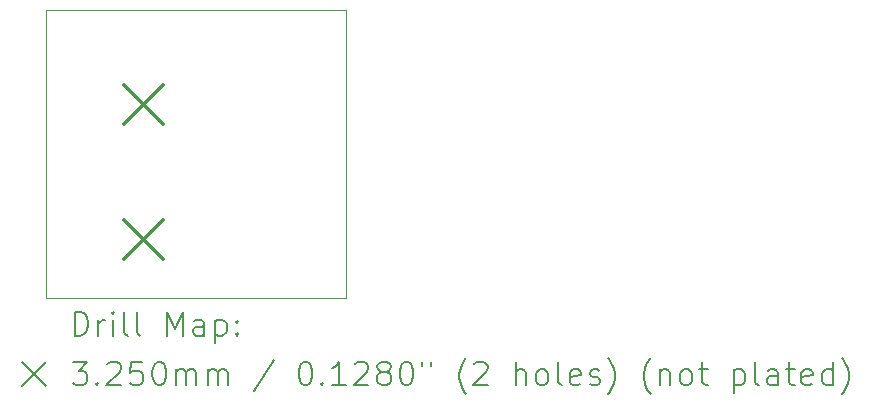
<source format=gbr>
%TF.GenerationSoftware,KiCad,Pcbnew,7.0.1*%
%TF.CreationDate,2023-07-05T13:49:58-05:00*%
%TF.ProjectId,pn5180 cat5 connector with linear regulator,706e3531-3830-4206-9361-743520636f6e,rev?*%
%TF.SameCoordinates,Original*%
%TF.FileFunction,Drillmap*%
%TF.FilePolarity,Positive*%
%FSLAX45Y45*%
G04 Gerber Fmt 4.5, Leading zero omitted, Abs format (unit mm)*
G04 Created by KiCad (PCBNEW 7.0.1) date 2023-07-05 13:49:58*
%MOMM*%
%LPD*%
G01*
G04 APERTURE LIST*
%ADD10C,0.100000*%
%ADD11C,0.200000*%
%ADD12C,0.325000*%
G04 APERTURE END LIST*
D10*
X13131800Y-7670800D02*
X15671800Y-7670800D01*
X15671800Y-10109200D01*
X13131800Y-10109200D01*
X13131800Y-7670800D01*
D11*
D12*
X13794800Y-8308400D02*
X14119800Y-8633400D01*
X14119800Y-8308400D02*
X13794800Y-8633400D01*
X13794800Y-9451400D02*
X14119800Y-9776400D01*
X14119800Y-9451400D02*
X13794800Y-9776400D01*
D11*
X13374419Y-10426724D02*
X13374419Y-10226724D01*
X13374419Y-10226724D02*
X13422038Y-10226724D01*
X13422038Y-10226724D02*
X13450609Y-10236248D01*
X13450609Y-10236248D02*
X13469657Y-10255295D01*
X13469657Y-10255295D02*
X13479181Y-10274343D01*
X13479181Y-10274343D02*
X13488705Y-10312438D01*
X13488705Y-10312438D02*
X13488705Y-10341010D01*
X13488705Y-10341010D02*
X13479181Y-10379105D01*
X13479181Y-10379105D02*
X13469657Y-10398152D01*
X13469657Y-10398152D02*
X13450609Y-10417200D01*
X13450609Y-10417200D02*
X13422038Y-10426724D01*
X13422038Y-10426724D02*
X13374419Y-10426724D01*
X13574419Y-10426724D02*
X13574419Y-10293390D01*
X13574419Y-10331486D02*
X13583943Y-10312438D01*
X13583943Y-10312438D02*
X13593467Y-10302914D01*
X13593467Y-10302914D02*
X13612514Y-10293390D01*
X13612514Y-10293390D02*
X13631562Y-10293390D01*
X13698228Y-10426724D02*
X13698228Y-10293390D01*
X13698228Y-10226724D02*
X13688705Y-10236248D01*
X13688705Y-10236248D02*
X13698228Y-10245771D01*
X13698228Y-10245771D02*
X13707752Y-10236248D01*
X13707752Y-10236248D02*
X13698228Y-10226724D01*
X13698228Y-10226724D02*
X13698228Y-10245771D01*
X13822038Y-10426724D02*
X13802990Y-10417200D01*
X13802990Y-10417200D02*
X13793467Y-10398152D01*
X13793467Y-10398152D02*
X13793467Y-10226724D01*
X13926800Y-10426724D02*
X13907752Y-10417200D01*
X13907752Y-10417200D02*
X13898228Y-10398152D01*
X13898228Y-10398152D02*
X13898228Y-10226724D01*
X14155371Y-10426724D02*
X14155371Y-10226724D01*
X14155371Y-10226724D02*
X14222038Y-10369581D01*
X14222038Y-10369581D02*
X14288705Y-10226724D01*
X14288705Y-10226724D02*
X14288705Y-10426724D01*
X14469657Y-10426724D02*
X14469657Y-10321962D01*
X14469657Y-10321962D02*
X14460133Y-10302914D01*
X14460133Y-10302914D02*
X14441086Y-10293390D01*
X14441086Y-10293390D02*
X14402990Y-10293390D01*
X14402990Y-10293390D02*
X14383943Y-10302914D01*
X14469657Y-10417200D02*
X14450609Y-10426724D01*
X14450609Y-10426724D02*
X14402990Y-10426724D01*
X14402990Y-10426724D02*
X14383943Y-10417200D01*
X14383943Y-10417200D02*
X14374419Y-10398152D01*
X14374419Y-10398152D02*
X14374419Y-10379105D01*
X14374419Y-10379105D02*
X14383943Y-10360057D01*
X14383943Y-10360057D02*
X14402990Y-10350533D01*
X14402990Y-10350533D02*
X14450609Y-10350533D01*
X14450609Y-10350533D02*
X14469657Y-10341010D01*
X14564895Y-10293390D02*
X14564895Y-10493390D01*
X14564895Y-10302914D02*
X14583943Y-10293390D01*
X14583943Y-10293390D02*
X14622038Y-10293390D01*
X14622038Y-10293390D02*
X14641086Y-10302914D01*
X14641086Y-10302914D02*
X14650609Y-10312438D01*
X14650609Y-10312438D02*
X14660133Y-10331486D01*
X14660133Y-10331486D02*
X14660133Y-10388629D01*
X14660133Y-10388629D02*
X14650609Y-10407676D01*
X14650609Y-10407676D02*
X14641086Y-10417200D01*
X14641086Y-10417200D02*
X14622038Y-10426724D01*
X14622038Y-10426724D02*
X14583943Y-10426724D01*
X14583943Y-10426724D02*
X14564895Y-10417200D01*
X14745848Y-10407676D02*
X14755371Y-10417200D01*
X14755371Y-10417200D02*
X14745848Y-10426724D01*
X14745848Y-10426724D02*
X14736324Y-10417200D01*
X14736324Y-10417200D02*
X14745848Y-10407676D01*
X14745848Y-10407676D02*
X14745848Y-10426724D01*
X14745848Y-10302914D02*
X14755371Y-10312438D01*
X14755371Y-10312438D02*
X14745848Y-10321962D01*
X14745848Y-10321962D02*
X14736324Y-10312438D01*
X14736324Y-10312438D02*
X14745848Y-10302914D01*
X14745848Y-10302914D02*
X14745848Y-10321962D01*
X12926800Y-10654200D02*
X13126800Y-10854200D01*
X13126800Y-10654200D02*
X12926800Y-10854200D01*
X13355371Y-10646724D02*
X13479181Y-10646724D01*
X13479181Y-10646724D02*
X13412514Y-10722914D01*
X13412514Y-10722914D02*
X13441086Y-10722914D01*
X13441086Y-10722914D02*
X13460133Y-10732438D01*
X13460133Y-10732438D02*
X13469657Y-10741962D01*
X13469657Y-10741962D02*
X13479181Y-10761010D01*
X13479181Y-10761010D02*
X13479181Y-10808629D01*
X13479181Y-10808629D02*
X13469657Y-10827676D01*
X13469657Y-10827676D02*
X13460133Y-10837200D01*
X13460133Y-10837200D02*
X13441086Y-10846724D01*
X13441086Y-10846724D02*
X13383943Y-10846724D01*
X13383943Y-10846724D02*
X13364895Y-10837200D01*
X13364895Y-10837200D02*
X13355371Y-10827676D01*
X13564895Y-10827676D02*
X13574419Y-10837200D01*
X13574419Y-10837200D02*
X13564895Y-10846724D01*
X13564895Y-10846724D02*
X13555371Y-10837200D01*
X13555371Y-10837200D02*
X13564895Y-10827676D01*
X13564895Y-10827676D02*
X13564895Y-10846724D01*
X13650609Y-10665771D02*
X13660133Y-10656248D01*
X13660133Y-10656248D02*
X13679181Y-10646724D01*
X13679181Y-10646724D02*
X13726800Y-10646724D01*
X13726800Y-10646724D02*
X13745848Y-10656248D01*
X13745848Y-10656248D02*
X13755371Y-10665771D01*
X13755371Y-10665771D02*
X13764895Y-10684819D01*
X13764895Y-10684819D02*
X13764895Y-10703867D01*
X13764895Y-10703867D02*
X13755371Y-10732438D01*
X13755371Y-10732438D02*
X13641086Y-10846724D01*
X13641086Y-10846724D02*
X13764895Y-10846724D01*
X13945848Y-10646724D02*
X13850609Y-10646724D01*
X13850609Y-10646724D02*
X13841086Y-10741962D01*
X13841086Y-10741962D02*
X13850609Y-10732438D01*
X13850609Y-10732438D02*
X13869657Y-10722914D01*
X13869657Y-10722914D02*
X13917276Y-10722914D01*
X13917276Y-10722914D02*
X13936324Y-10732438D01*
X13936324Y-10732438D02*
X13945848Y-10741962D01*
X13945848Y-10741962D02*
X13955371Y-10761010D01*
X13955371Y-10761010D02*
X13955371Y-10808629D01*
X13955371Y-10808629D02*
X13945848Y-10827676D01*
X13945848Y-10827676D02*
X13936324Y-10837200D01*
X13936324Y-10837200D02*
X13917276Y-10846724D01*
X13917276Y-10846724D02*
X13869657Y-10846724D01*
X13869657Y-10846724D02*
X13850609Y-10837200D01*
X13850609Y-10837200D02*
X13841086Y-10827676D01*
X14079181Y-10646724D02*
X14098229Y-10646724D01*
X14098229Y-10646724D02*
X14117276Y-10656248D01*
X14117276Y-10656248D02*
X14126800Y-10665771D01*
X14126800Y-10665771D02*
X14136324Y-10684819D01*
X14136324Y-10684819D02*
X14145848Y-10722914D01*
X14145848Y-10722914D02*
X14145848Y-10770533D01*
X14145848Y-10770533D02*
X14136324Y-10808629D01*
X14136324Y-10808629D02*
X14126800Y-10827676D01*
X14126800Y-10827676D02*
X14117276Y-10837200D01*
X14117276Y-10837200D02*
X14098229Y-10846724D01*
X14098229Y-10846724D02*
X14079181Y-10846724D01*
X14079181Y-10846724D02*
X14060133Y-10837200D01*
X14060133Y-10837200D02*
X14050609Y-10827676D01*
X14050609Y-10827676D02*
X14041086Y-10808629D01*
X14041086Y-10808629D02*
X14031562Y-10770533D01*
X14031562Y-10770533D02*
X14031562Y-10722914D01*
X14031562Y-10722914D02*
X14041086Y-10684819D01*
X14041086Y-10684819D02*
X14050609Y-10665771D01*
X14050609Y-10665771D02*
X14060133Y-10656248D01*
X14060133Y-10656248D02*
X14079181Y-10646724D01*
X14231562Y-10846724D02*
X14231562Y-10713390D01*
X14231562Y-10732438D02*
X14241086Y-10722914D01*
X14241086Y-10722914D02*
X14260133Y-10713390D01*
X14260133Y-10713390D02*
X14288705Y-10713390D01*
X14288705Y-10713390D02*
X14307752Y-10722914D01*
X14307752Y-10722914D02*
X14317276Y-10741962D01*
X14317276Y-10741962D02*
X14317276Y-10846724D01*
X14317276Y-10741962D02*
X14326800Y-10722914D01*
X14326800Y-10722914D02*
X14345848Y-10713390D01*
X14345848Y-10713390D02*
X14374419Y-10713390D01*
X14374419Y-10713390D02*
X14393467Y-10722914D01*
X14393467Y-10722914D02*
X14402990Y-10741962D01*
X14402990Y-10741962D02*
X14402990Y-10846724D01*
X14498229Y-10846724D02*
X14498229Y-10713390D01*
X14498229Y-10732438D02*
X14507752Y-10722914D01*
X14507752Y-10722914D02*
X14526800Y-10713390D01*
X14526800Y-10713390D02*
X14555371Y-10713390D01*
X14555371Y-10713390D02*
X14574419Y-10722914D01*
X14574419Y-10722914D02*
X14583943Y-10741962D01*
X14583943Y-10741962D02*
X14583943Y-10846724D01*
X14583943Y-10741962D02*
X14593467Y-10722914D01*
X14593467Y-10722914D02*
X14612514Y-10713390D01*
X14612514Y-10713390D02*
X14641086Y-10713390D01*
X14641086Y-10713390D02*
X14660133Y-10722914D01*
X14660133Y-10722914D02*
X14669657Y-10741962D01*
X14669657Y-10741962D02*
X14669657Y-10846724D01*
X15060133Y-10637200D02*
X14888705Y-10894343D01*
X15317276Y-10646724D02*
X15336324Y-10646724D01*
X15336324Y-10646724D02*
X15355372Y-10656248D01*
X15355372Y-10656248D02*
X15364895Y-10665771D01*
X15364895Y-10665771D02*
X15374419Y-10684819D01*
X15374419Y-10684819D02*
X15383943Y-10722914D01*
X15383943Y-10722914D02*
X15383943Y-10770533D01*
X15383943Y-10770533D02*
X15374419Y-10808629D01*
X15374419Y-10808629D02*
X15364895Y-10827676D01*
X15364895Y-10827676D02*
X15355372Y-10837200D01*
X15355372Y-10837200D02*
X15336324Y-10846724D01*
X15336324Y-10846724D02*
X15317276Y-10846724D01*
X15317276Y-10846724D02*
X15298229Y-10837200D01*
X15298229Y-10837200D02*
X15288705Y-10827676D01*
X15288705Y-10827676D02*
X15279181Y-10808629D01*
X15279181Y-10808629D02*
X15269657Y-10770533D01*
X15269657Y-10770533D02*
X15269657Y-10722914D01*
X15269657Y-10722914D02*
X15279181Y-10684819D01*
X15279181Y-10684819D02*
X15288705Y-10665771D01*
X15288705Y-10665771D02*
X15298229Y-10656248D01*
X15298229Y-10656248D02*
X15317276Y-10646724D01*
X15469657Y-10827676D02*
X15479181Y-10837200D01*
X15479181Y-10837200D02*
X15469657Y-10846724D01*
X15469657Y-10846724D02*
X15460133Y-10837200D01*
X15460133Y-10837200D02*
X15469657Y-10827676D01*
X15469657Y-10827676D02*
X15469657Y-10846724D01*
X15669657Y-10846724D02*
X15555372Y-10846724D01*
X15612514Y-10846724D02*
X15612514Y-10646724D01*
X15612514Y-10646724D02*
X15593467Y-10675295D01*
X15593467Y-10675295D02*
X15574419Y-10694343D01*
X15574419Y-10694343D02*
X15555372Y-10703867D01*
X15745848Y-10665771D02*
X15755372Y-10656248D01*
X15755372Y-10656248D02*
X15774419Y-10646724D01*
X15774419Y-10646724D02*
X15822038Y-10646724D01*
X15822038Y-10646724D02*
X15841086Y-10656248D01*
X15841086Y-10656248D02*
X15850610Y-10665771D01*
X15850610Y-10665771D02*
X15860133Y-10684819D01*
X15860133Y-10684819D02*
X15860133Y-10703867D01*
X15860133Y-10703867D02*
X15850610Y-10732438D01*
X15850610Y-10732438D02*
X15736324Y-10846724D01*
X15736324Y-10846724D02*
X15860133Y-10846724D01*
X15974419Y-10732438D02*
X15955372Y-10722914D01*
X15955372Y-10722914D02*
X15945848Y-10713390D01*
X15945848Y-10713390D02*
X15936324Y-10694343D01*
X15936324Y-10694343D02*
X15936324Y-10684819D01*
X15936324Y-10684819D02*
X15945848Y-10665771D01*
X15945848Y-10665771D02*
X15955372Y-10656248D01*
X15955372Y-10656248D02*
X15974419Y-10646724D01*
X15974419Y-10646724D02*
X16012514Y-10646724D01*
X16012514Y-10646724D02*
X16031562Y-10656248D01*
X16031562Y-10656248D02*
X16041086Y-10665771D01*
X16041086Y-10665771D02*
X16050610Y-10684819D01*
X16050610Y-10684819D02*
X16050610Y-10694343D01*
X16050610Y-10694343D02*
X16041086Y-10713390D01*
X16041086Y-10713390D02*
X16031562Y-10722914D01*
X16031562Y-10722914D02*
X16012514Y-10732438D01*
X16012514Y-10732438D02*
X15974419Y-10732438D01*
X15974419Y-10732438D02*
X15955372Y-10741962D01*
X15955372Y-10741962D02*
X15945848Y-10751486D01*
X15945848Y-10751486D02*
X15936324Y-10770533D01*
X15936324Y-10770533D02*
X15936324Y-10808629D01*
X15936324Y-10808629D02*
X15945848Y-10827676D01*
X15945848Y-10827676D02*
X15955372Y-10837200D01*
X15955372Y-10837200D02*
X15974419Y-10846724D01*
X15974419Y-10846724D02*
X16012514Y-10846724D01*
X16012514Y-10846724D02*
X16031562Y-10837200D01*
X16031562Y-10837200D02*
X16041086Y-10827676D01*
X16041086Y-10827676D02*
X16050610Y-10808629D01*
X16050610Y-10808629D02*
X16050610Y-10770533D01*
X16050610Y-10770533D02*
X16041086Y-10751486D01*
X16041086Y-10751486D02*
X16031562Y-10741962D01*
X16031562Y-10741962D02*
X16012514Y-10732438D01*
X16174419Y-10646724D02*
X16193467Y-10646724D01*
X16193467Y-10646724D02*
X16212514Y-10656248D01*
X16212514Y-10656248D02*
X16222038Y-10665771D01*
X16222038Y-10665771D02*
X16231562Y-10684819D01*
X16231562Y-10684819D02*
X16241086Y-10722914D01*
X16241086Y-10722914D02*
X16241086Y-10770533D01*
X16241086Y-10770533D02*
X16231562Y-10808629D01*
X16231562Y-10808629D02*
X16222038Y-10827676D01*
X16222038Y-10827676D02*
X16212514Y-10837200D01*
X16212514Y-10837200D02*
X16193467Y-10846724D01*
X16193467Y-10846724D02*
X16174419Y-10846724D01*
X16174419Y-10846724D02*
X16155372Y-10837200D01*
X16155372Y-10837200D02*
X16145848Y-10827676D01*
X16145848Y-10827676D02*
X16136324Y-10808629D01*
X16136324Y-10808629D02*
X16126800Y-10770533D01*
X16126800Y-10770533D02*
X16126800Y-10722914D01*
X16126800Y-10722914D02*
X16136324Y-10684819D01*
X16136324Y-10684819D02*
X16145848Y-10665771D01*
X16145848Y-10665771D02*
X16155372Y-10656248D01*
X16155372Y-10656248D02*
X16174419Y-10646724D01*
X16317276Y-10646724D02*
X16317276Y-10684819D01*
X16393467Y-10646724D02*
X16393467Y-10684819D01*
X16688705Y-10922914D02*
X16679181Y-10913390D01*
X16679181Y-10913390D02*
X16660134Y-10884819D01*
X16660134Y-10884819D02*
X16650610Y-10865771D01*
X16650610Y-10865771D02*
X16641086Y-10837200D01*
X16641086Y-10837200D02*
X16631562Y-10789581D01*
X16631562Y-10789581D02*
X16631562Y-10751486D01*
X16631562Y-10751486D02*
X16641086Y-10703867D01*
X16641086Y-10703867D02*
X16650610Y-10675295D01*
X16650610Y-10675295D02*
X16660134Y-10656248D01*
X16660134Y-10656248D02*
X16679181Y-10627676D01*
X16679181Y-10627676D02*
X16688705Y-10618152D01*
X16755372Y-10665771D02*
X16764895Y-10656248D01*
X16764895Y-10656248D02*
X16783943Y-10646724D01*
X16783943Y-10646724D02*
X16831562Y-10646724D01*
X16831562Y-10646724D02*
X16850610Y-10656248D01*
X16850610Y-10656248D02*
X16860134Y-10665771D01*
X16860134Y-10665771D02*
X16869657Y-10684819D01*
X16869657Y-10684819D02*
X16869657Y-10703867D01*
X16869657Y-10703867D02*
X16860134Y-10732438D01*
X16860134Y-10732438D02*
X16745848Y-10846724D01*
X16745848Y-10846724D02*
X16869657Y-10846724D01*
X17107753Y-10846724D02*
X17107753Y-10646724D01*
X17193467Y-10846724D02*
X17193467Y-10741962D01*
X17193467Y-10741962D02*
X17183943Y-10722914D01*
X17183943Y-10722914D02*
X17164896Y-10713390D01*
X17164896Y-10713390D02*
X17136324Y-10713390D01*
X17136324Y-10713390D02*
X17117277Y-10722914D01*
X17117277Y-10722914D02*
X17107753Y-10732438D01*
X17317277Y-10846724D02*
X17298229Y-10837200D01*
X17298229Y-10837200D02*
X17288705Y-10827676D01*
X17288705Y-10827676D02*
X17279181Y-10808629D01*
X17279181Y-10808629D02*
X17279181Y-10751486D01*
X17279181Y-10751486D02*
X17288705Y-10732438D01*
X17288705Y-10732438D02*
X17298229Y-10722914D01*
X17298229Y-10722914D02*
X17317277Y-10713390D01*
X17317277Y-10713390D02*
X17345848Y-10713390D01*
X17345848Y-10713390D02*
X17364896Y-10722914D01*
X17364896Y-10722914D02*
X17374419Y-10732438D01*
X17374419Y-10732438D02*
X17383943Y-10751486D01*
X17383943Y-10751486D02*
X17383943Y-10808629D01*
X17383943Y-10808629D02*
X17374419Y-10827676D01*
X17374419Y-10827676D02*
X17364896Y-10837200D01*
X17364896Y-10837200D02*
X17345848Y-10846724D01*
X17345848Y-10846724D02*
X17317277Y-10846724D01*
X17498229Y-10846724D02*
X17479181Y-10837200D01*
X17479181Y-10837200D02*
X17469658Y-10818152D01*
X17469658Y-10818152D02*
X17469658Y-10646724D01*
X17650610Y-10837200D02*
X17631562Y-10846724D01*
X17631562Y-10846724D02*
X17593467Y-10846724D01*
X17593467Y-10846724D02*
X17574419Y-10837200D01*
X17574419Y-10837200D02*
X17564896Y-10818152D01*
X17564896Y-10818152D02*
X17564896Y-10741962D01*
X17564896Y-10741962D02*
X17574419Y-10722914D01*
X17574419Y-10722914D02*
X17593467Y-10713390D01*
X17593467Y-10713390D02*
X17631562Y-10713390D01*
X17631562Y-10713390D02*
X17650610Y-10722914D01*
X17650610Y-10722914D02*
X17660134Y-10741962D01*
X17660134Y-10741962D02*
X17660134Y-10761010D01*
X17660134Y-10761010D02*
X17564896Y-10780057D01*
X17736324Y-10837200D02*
X17755372Y-10846724D01*
X17755372Y-10846724D02*
X17793467Y-10846724D01*
X17793467Y-10846724D02*
X17812515Y-10837200D01*
X17812515Y-10837200D02*
X17822039Y-10818152D01*
X17822039Y-10818152D02*
X17822039Y-10808629D01*
X17822039Y-10808629D02*
X17812515Y-10789581D01*
X17812515Y-10789581D02*
X17793467Y-10780057D01*
X17793467Y-10780057D02*
X17764896Y-10780057D01*
X17764896Y-10780057D02*
X17745848Y-10770533D01*
X17745848Y-10770533D02*
X17736324Y-10751486D01*
X17736324Y-10751486D02*
X17736324Y-10741962D01*
X17736324Y-10741962D02*
X17745848Y-10722914D01*
X17745848Y-10722914D02*
X17764896Y-10713390D01*
X17764896Y-10713390D02*
X17793467Y-10713390D01*
X17793467Y-10713390D02*
X17812515Y-10722914D01*
X17888705Y-10922914D02*
X17898229Y-10913390D01*
X17898229Y-10913390D02*
X17917277Y-10884819D01*
X17917277Y-10884819D02*
X17926800Y-10865771D01*
X17926800Y-10865771D02*
X17936324Y-10837200D01*
X17936324Y-10837200D02*
X17945848Y-10789581D01*
X17945848Y-10789581D02*
X17945848Y-10751486D01*
X17945848Y-10751486D02*
X17936324Y-10703867D01*
X17936324Y-10703867D02*
X17926800Y-10675295D01*
X17926800Y-10675295D02*
X17917277Y-10656248D01*
X17917277Y-10656248D02*
X17898229Y-10627676D01*
X17898229Y-10627676D02*
X17888705Y-10618152D01*
X18250610Y-10922914D02*
X18241086Y-10913390D01*
X18241086Y-10913390D02*
X18222039Y-10884819D01*
X18222039Y-10884819D02*
X18212515Y-10865771D01*
X18212515Y-10865771D02*
X18202991Y-10837200D01*
X18202991Y-10837200D02*
X18193467Y-10789581D01*
X18193467Y-10789581D02*
X18193467Y-10751486D01*
X18193467Y-10751486D02*
X18202991Y-10703867D01*
X18202991Y-10703867D02*
X18212515Y-10675295D01*
X18212515Y-10675295D02*
X18222039Y-10656248D01*
X18222039Y-10656248D02*
X18241086Y-10627676D01*
X18241086Y-10627676D02*
X18250610Y-10618152D01*
X18326800Y-10713390D02*
X18326800Y-10846724D01*
X18326800Y-10732438D02*
X18336324Y-10722914D01*
X18336324Y-10722914D02*
X18355372Y-10713390D01*
X18355372Y-10713390D02*
X18383943Y-10713390D01*
X18383943Y-10713390D02*
X18402991Y-10722914D01*
X18402991Y-10722914D02*
X18412515Y-10741962D01*
X18412515Y-10741962D02*
X18412515Y-10846724D01*
X18536324Y-10846724D02*
X18517277Y-10837200D01*
X18517277Y-10837200D02*
X18507753Y-10827676D01*
X18507753Y-10827676D02*
X18498229Y-10808629D01*
X18498229Y-10808629D02*
X18498229Y-10751486D01*
X18498229Y-10751486D02*
X18507753Y-10732438D01*
X18507753Y-10732438D02*
X18517277Y-10722914D01*
X18517277Y-10722914D02*
X18536324Y-10713390D01*
X18536324Y-10713390D02*
X18564896Y-10713390D01*
X18564896Y-10713390D02*
X18583943Y-10722914D01*
X18583943Y-10722914D02*
X18593467Y-10732438D01*
X18593467Y-10732438D02*
X18602991Y-10751486D01*
X18602991Y-10751486D02*
X18602991Y-10808629D01*
X18602991Y-10808629D02*
X18593467Y-10827676D01*
X18593467Y-10827676D02*
X18583943Y-10837200D01*
X18583943Y-10837200D02*
X18564896Y-10846724D01*
X18564896Y-10846724D02*
X18536324Y-10846724D01*
X18660134Y-10713390D02*
X18736324Y-10713390D01*
X18688705Y-10646724D02*
X18688705Y-10818152D01*
X18688705Y-10818152D02*
X18698229Y-10837200D01*
X18698229Y-10837200D02*
X18717277Y-10846724D01*
X18717277Y-10846724D02*
X18736324Y-10846724D01*
X18955372Y-10713390D02*
X18955372Y-10913390D01*
X18955372Y-10722914D02*
X18974420Y-10713390D01*
X18974420Y-10713390D02*
X19012515Y-10713390D01*
X19012515Y-10713390D02*
X19031562Y-10722914D01*
X19031562Y-10722914D02*
X19041086Y-10732438D01*
X19041086Y-10732438D02*
X19050610Y-10751486D01*
X19050610Y-10751486D02*
X19050610Y-10808629D01*
X19050610Y-10808629D02*
X19041086Y-10827676D01*
X19041086Y-10827676D02*
X19031562Y-10837200D01*
X19031562Y-10837200D02*
X19012515Y-10846724D01*
X19012515Y-10846724D02*
X18974420Y-10846724D01*
X18974420Y-10846724D02*
X18955372Y-10837200D01*
X19164896Y-10846724D02*
X19145848Y-10837200D01*
X19145848Y-10837200D02*
X19136324Y-10818152D01*
X19136324Y-10818152D02*
X19136324Y-10646724D01*
X19326801Y-10846724D02*
X19326801Y-10741962D01*
X19326801Y-10741962D02*
X19317277Y-10722914D01*
X19317277Y-10722914D02*
X19298229Y-10713390D01*
X19298229Y-10713390D02*
X19260134Y-10713390D01*
X19260134Y-10713390D02*
X19241086Y-10722914D01*
X19326801Y-10837200D02*
X19307753Y-10846724D01*
X19307753Y-10846724D02*
X19260134Y-10846724D01*
X19260134Y-10846724D02*
X19241086Y-10837200D01*
X19241086Y-10837200D02*
X19231562Y-10818152D01*
X19231562Y-10818152D02*
X19231562Y-10799105D01*
X19231562Y-10799105D02*
X19241086Y-10780057D01*
X19241086Y-10780057D02*
X19260134Y-10770533D01*
X19260134Y-10770533D02*
X19307753Y-10770533D01*
X19307753Y-10770533D02*
X19326801Y-10761010D01*
X19393467Y-10713390D02*
X19469658Y-10713390D01*
X19422039Y-10646724D02*
X19422039Y-10818152D01*
X19422039Y-10818152D02*
X19431562Y-10837200D01*
X19431562Y-10837200D02*
X19450610Y-10846724D01*
X19450610Y-10846724D02*
X19469658Y-10846724D01*
X19612515Y-10837200D02*
X19593467Y-10846724D01*
X19593467Y-10846724D02*
X19555372Y-10846724D01*
X19555372Y-10846724D02*
X19536324Y-10837200D01*
X19536324Y-10837200D02*
X19526801Y-10818152D01*
X19526801Y-10818152D02*
X19526801Y-10741962D01*
X19526801Y-10741962D02*
X19536324Y-10722914D01*
X19536324Y-10722914D02*
X19555372Y-10713390D01*
X19555372Y-10713390D02*
X19593467Y-10713390D01*
X19593467Y-10713390D02*
X19612515Y-10722914D01*
X19612515Y-10722914D02*
X19622039Y-10741962D01*
X19622039Y-10741962D02*
X19622039Y-10761010D01*
X19622039Y-10761010D02*
X19526801Y-10780057D01*
X19793467Y-10846724D02*
X19793467Y-10646724D01*
X19793467Y-10837200D02*
X19774420Y-10846724D01*
X19774420Y-10846724D02*
X19736324Y-10846724D01*
X19736324Y-10846724D02*
X19717277Y-10837200D01*
X19717277Y-10837200D02*
X19707753Y-10827676D01*
X19707753Y-10827676D02*
X19698229Y-10808629D01*
X19698229Y-10808629D02*
X19698229Y-10751486D01*
X19698229Y-10751486D02*
X19707753Y-10732438D01*
X19707753Y-10732438D02*
X19717277Y-10722914D01*
X19717277Y-10722914D02*
X19736324Y-10713390D01*
X19736324Y-10713390D02*
X19774420Y-10713390D01*
X19774420Y-10713390D02*
X19793467Y-10722914D01*
X19869658Y-10922914D02*
X19879182Y-10913390D01*
X19879182Y-10913390D02*
X19898229Y-10884819D01*
X19898229Y-10884819D02*
X19907753Y-10865771D01*
X19907753Y-10865771D02*
X19917277Y-10837200D01*
X19917277Y-10837200D02*
X19926801Y-10789581D01*
X19926801Y-10789581D02*
X19926801Y-10751486D01*
X19926801Y-10751486D02*
X19917277Y-10703867D01*
X19917277Y-10703867D02*
X19907753Y-10675295D01*
X19907753Y-10675295D02*
X19898229Y-10656248D01*
X19898229Y-10656248D02*
X19879182Y-10627676D01*
X19879182Y-10627676D02*
X19869658Y-10618152D01*
M02*

</source>
